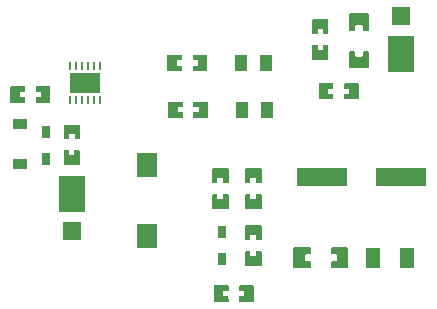
<source format=gtp>
%FSTAX23Y23*%
%MOIN*%
%SFA1B1*%

%IPPOS*%
%ADD17R,0.046854X0.068031*%
%ADD18R,0.039370X0.055098*%
%ADD19R,0.086614X0.122051*%
%ADD20R,0.060000X0.059842*%
%ADD21R,0.169291X0.062992*%
%ADD22R,0.029527X0.039370*%
%ADD23R,0.066929X0.078740*%
%ADD24R,0.045275X0.037401*%
%ADD25R,0.010000X0.027598*%
%ADD26R,0.098425X0.066901*%
%LNpcb-1*%
%LPD*%
G36*
X01428Y01167D02*
Y01116D01*
X01424Y01112*
X01409*
X01406Y01116*
Y01128*
X01402Y01132*
X01386*
X01382Y01128*
Y01116*
X01378Y01112*
X01364*
X0136Y01116*
Y01167*
X01364Y01171*
X01424*
X01428Y01167*
G37*
G36*
X01292Y01148D02*
Y01102D01*
X0129Y011*
X01274Y011*
Y01118*
X01256*
Y01101*
X0124Y011*
X01238Y01102*
Y01148*
X0124Y0115*
X0129*
X01292Y01148*
G37*
G36*
Y01063D02*
Y01018D01*
X0129Y01016*
X0124*
X01238Y01018*
Y01063*
X0124Y01065*
X01256*
Y01048*
X01274*
Y01065*
X0129Y01065*
X01292Y01063*
G37*
G36*
X01428Y01041D02*
Y00991D01*
X01424Y00987*
X01364*
X0136Y00991*
Y01041*
X01364Y01045*
X01378*
X01382Y01041*
Y01029*
X01386Y01025*
X01402*
X01406Y01029*
Y01041*
X01409Y01045*
X01424*
X01428Y01041*
G37*
G36*
X00888Y0103D02*
Y00979D01*
X00886Y00977*
X00841*
X00839Y00979*
Y00996*
X00857*
Y01014*
X00839*
X00839Y0103*
X00841Y01032*
X00886*
X00888Y0103*
G37*
G36*
X00804D02*
X00804Y01014D01*
X00786*
Y00996*
X00804*
X00804Y00979*
X00802Y00977*
X00757*
X00755Y00979*
Y0103*
X00757Y01032*
X00802*
X00804Y0103*
G37*
G36*
X01393Y00935D02*
Y00885D01*
X01391Y00883*
X01346*
X01344Y00885*
Y00901*
X01361*
Y00919*
X01344*
X01344Y00935*
X01346Y00937*
X01391*
X01393Y00935*
G37*
G36*
X01308D02*
X01308Y00919D01*
X01291*
Y00901*
X01308*
X01308Y00885*
X01306Y00883*
X01261*
X01259Y00885*
Y00935*
X01261Y00937*
X01306*
X01308Y00935*
G37*
G36*
X00365Y00925D02*
Y00874D01*
X00363Y00872*
X00318*
X00316Y00874*
X00316Y0089*
X00334*
Y00908*
X00316*
X00316Y00925*
X00318Y00927*
X00363*
X00365Y00925*
G37*
G36*
X00281D02*
Y00908D01*
X00263*
Y0089*
X00281*
X00281Y00874*
X00279Y00872*
X00234*
X00232Y00874*
Y00925*
X00234Y00927*
X00279*
X00281Y00925*
G37*
G36*
X00891Y00874D02*
Y00823D01*
X00889Y00821*
X00844*
X00842Y00823*
Y0084*
X00859*
Y00858*
X00842*
X00842Y00874*
X00844Y00876*
X00889*
X00891Y00874*
G37*
G36*
X00806D02*
X00807Y00858D01*
X00789*
Y0084*
X00806*
X00806Y00823*
X00804Y00821*
X00759*
X00757Y00823*
Y00874*
X00759Y00876*
X00804*
X00806Y00874*
G37*
G36*
X00464Y00797D02*
Y00752D01*
X00462Y0075*
X00446Y0075*
Y00768*
X00428*
Y0075*
X00411Y0075*
X00409Y00752*
Y00797*
X00411Y00799*
X00462*
X00464Y00797*
G37*
G36*
X00427Y00697D02*
X00445D01*
Y00714*
X00462Y00714*
X00464Y00712*
Y00667*
X00462Y00665*
X00411*
X00409Y00667*
Y00712*
X00411Y00714*
X00427Y00714*
Y00697*
G37*
G36*
X01069Y00651D02*
Y00606D01*
X01067Y00604*
X0105*
Y00621*
X01032*
Y00604*
X01016Y00604*
X01014Y00606*
Y00651*
X01016Y00653*
X01067*
X01069Y00651*
G37*
G36*
X00959D02*
Y00606D01*
X00957Y00604*
X0094*
Y00621*
X00922*
Y00604*
X00906Y00604*
X00904Y00606*
Y00651*
X00906Y00653*
X00957*
X00959Y00651*
G37*
G36*
X01032Y00551D02*
X0105D01*
Y00568*
X01067Y00568*
X01069Y00566*
Y00521*
X01067Y00519*
X01016*
X01014Y00521*
Y00566*
X01016Y00568*
X01032Y00568*
Y00551*
G37*
G36*
X00922D02*
X0094D01*
Y00568*
X00957Y00568*
X00959Y00566*
Y00521*
X00957Y00519*
X00906*
X00904Y00521*
Y00566*
X00906Y00568*
X00922Y00568*
Y00551*
G37*
G36*
X01069Y00461D02*
Y00416D01*
X01067Y00414*
X0105*
Y00431*
X01032*
Y00414*
X01016Y00414*
X01014Y00416*
Y00461*
X01016Y00463*
X01067*
X01069Y00461*
G37*
G36*
X01032Y00361D02*
X0105D01*
Y00378*
X01067Y00378*
X01069Y00376*
Y00331*
X01067Y00329*
X01016*
X01014Y00331*
Y00376*
X01016Y00378*
X01032Y00378*
Y00361*
G37*
G36*
X01358Y00386D02*
Y00326D01*
X01354Y00322*
X01304*
X013Y00326*
Y0034*
X01304Y00344*
X01316*
X0132Y00348*
Y00364*
X01316Y00367*
X01304*
X013Y00371*
Y00386*
X01304Y0039*
X01354*
X01358Y00386*
G37*
G36*
X01233D02*
Y00371D01*
X01229Y00367*
X01217*
X01213Y00364*
Y00348*
X01217Y00344*
X01229*
X01233Y0034*
Y00326*
X01229Y00322*
X01178*
X01174Y00326*
Y00386*
X01178Y0039*
X01229*
X01233Y00386*
G37*
G36*
X01043Y00261D02*
Y00211D01*
X01041Y00209*
X00996*
X00994Y00211*
X00994Y00227*
X01012*
Y00245*
X00994*
X00994Y00261*
X00996Y00263*
X01041*
X01043Y00261*
G37*
G36*
X00959D02*
Y00245D01*
X00941*
Y00227*
X00958*
X00959Y00211*
X00957Y00209*
X00911*
X00909Y00211*
Y00261*
X00911Y00263*
X00957*
X00959Y00261*
G37*
G54D17*
X01553Y00356D03*
X01439D03*
G54D18*
X01083Y01005D03*
X01D03*
X01003Y00849D03*
X01086D03*
G54D19*
X01534Y01036D03*
X00437Y00568D03*
G54D20*
X01534Y01162D03*
X00437Y00443D03*
G54D21*
X01269Y00626D03*
X01534D03*
G54D22*
X00936Y0035D03*
Y00442D03*
X00349Y00683D03*
Y00776D03*
G54D23*
X00686Y00429D03*
Y00666D03*
G54D24*
X00264Y00801D03*
Y00668D03*
G54D25*
X0053Y00995D03*
X0051D03*
X0049D03*
X00471D03*
X00451D03*
X00431D03*
Y00881D03*
X00451D03*
X00471D03*
X0049D03*
X0051D03*
X0053D03*
G54D26*
X00481Y00938D03*
M02*
</source>
